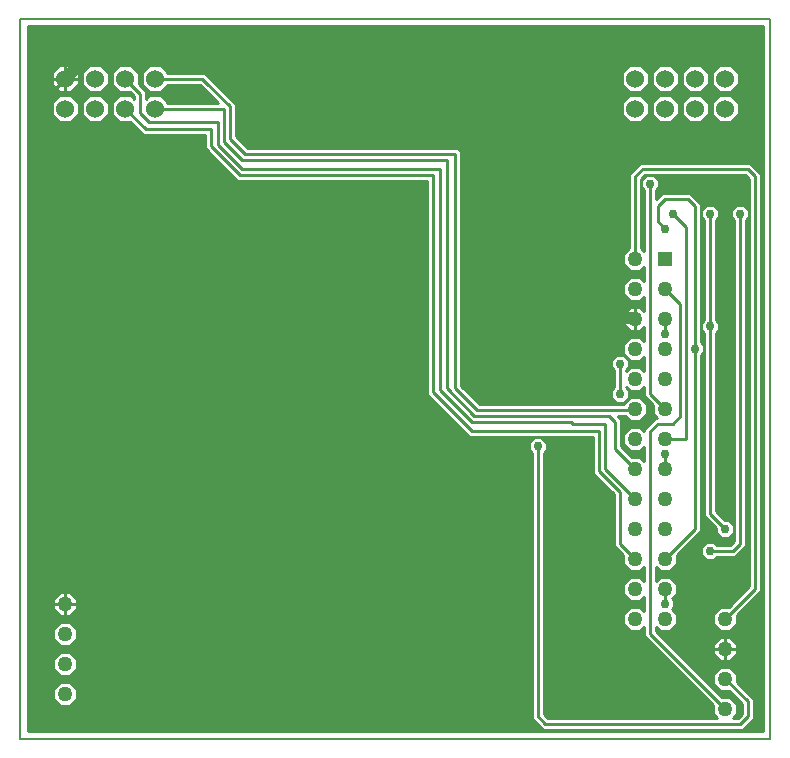
<source format=gbr>
G04 PROTEUS RS274X GERBER FILE*
%FSLAX45Y45*%
%MOMM*%
G01*
%ADD10C,0.254000*%
%ADD11C,1.016000*%
%ADD12C,0.762000*%
%ADD13C,1.524000*%
%ADD14R,1.270000X1.270000*%
%ADD15C,1.270000*%
%ADD18C,0.203200*%
G36*
X+63500Y-6032500D02*
X+6286500Y-6032500D01*
X+6286500Y-63500D01*
X+63500Y-63500D01*
X+63500Y-6032500D01*
G37*
%LPC*%
G36*
X+266701Y-809344D02*
X+266701Y-714656D01*
X+333656Y-647701D01*
X+428344Y-647701D01*
X+495299Y-714656D01*
X+495299Y-809344D01*
X+428344Y-876299D01*
X+333656Y-876299D01*
X+266701Y-809344D01*
G37*
G36*
X+266701Y-555344D02*
X+266701Y-460656D01*
X+333656Y-393701D01*
X+428344Y-393701D01*
X+495299Y-460656D01*
X+495299Y-555344D01*
X+428344Y-622299D01*
X+333656Y-622299D01*
X+266701Y-555344D01*
G37*
G36*
X+520701Y-809344D02*
X+520701Y-714656D01*
X+587656Y-647701D01*
X+682344Y-647701D01*
X+749299Y-714656D01*
X+749299Y-809344D01*
X+682344Y-876299D01*
X+587656Y-876299D01*
X+520701Y-809344D01*
G37*
G36*
X+520701Y-555344D02*
X+520701Y-460656D01*
X+587656Y-393701D01*
X+682344Y-393701D01*
X+749299Y-460656D01*
X+749299Y-555344D01*
X+682344Y-622299D01*
X+587656Y-622299D01*
X+520701Y-555344D01*
G37*
G36*
X+1253844Y-457201D02*
X+1565896Y-457201D01*
X+1828799Y-720104D01*
X+1828799Y-994959D01*
X+1926041Y-1092201D01*
X+3704041Y-1092201D01*
X+3733799Y-1121959D01*
X+3733799Y-3105304D01*
X+3891065Y-3262570D01*
X+5105401Y-3262570D01*
X+5105401Y-3259916D01*
X+5164916Y-3200401D01*
X+5249084Y-3200401D01*
X+5308599Y-3259916D01*
X+5308599Y-3344084D01*
X+5249084Y-3403599D01*
X+5164916Y-3403599D01*
X+5125485Y-3364168D01*
X+5060475Y-3364168D01*
X+5089729Y-3393422D01*
X+5089729Y-3620889D01*
X+5177241Y-3708401D01*
X+5249084Y-3708401D01*
X+5283201Y-3742518D01*
X+5283201Y-3623482D01*
X+5249084Y-3657599D01*
X+5164916Y-3657599D01*
X+5105401Y-3598084D01*
X+5105401Y-3513916D01*
X+5164916Y-3454401D01*
X+5249084Y-3454401D01*
X+5283201Y-3488518D01*
X+5283201Y-3471459D01*
X+5376459Y-3378201D01*
X+5393518Y-3378201D01*
X+5359401Y-3344084D01*
X+5359401Y-3272241D01*
X+5283201Y-3196041D01*
X+5283201Y-3115482D01*
X+5249084Y-3149599D01*
X+5164916Y-3149599D01*
X+5130799Y-3115482D01*
X+5130799Y-3118037D01*
X+5156199Y-3143437D01*
X+5156199Y-3206563D01*
X+5111563Y-3251199D01*
X+5048437Y-3251199D01*
X+5003801Y-3206563D01*
X+5003801Y-3143437D01*
X+5029201Y-3118037D01*
X+5029201Y-2977963D01*
X+5003801Y-2952563D01*
X+5003801Y-2889437D01*
X+5048437Y-2844801D01*
X+5111563Y-2844801D01*
X+5156199Y-2889437D01*
X+5156199Y-2952563D01*
X+5130799Y-2977963D01*
X+5130799Y-2980518D01*
X+5164916Y-2946401D01*
X+5249084Y-2946401D01*
X+5283201Y-2980518D01*
X+5283201Y-2861482D01*
X+5249084Y-2895599D01*
X+5164916Y-2895599D01*
X+5105401Y-2836084D01*
X+5105401Y-2751916D01*
X+5164916Y-2692401D01*
X+5249084Y-2692401D01*
X+5283201Y-2726518D01*
X+5283201Y-2607482D01*
X+5249084Y-2641599D01*
X+5164916Y-2641599D01*
X+5105401Y-2582084D01*
X+5105401Y-2497916D01*
X+5164916Y-2438401D01*
X+5249084Y-2438401D01*
X+5283201Y-2472518D01*
X+5283201Y-2353482D01*
X+5249084Y-2387599D01*
X+5164916Y-2387599D01*
X+5105401Y-2328084D01*
X+5105401Y-2243916D01*
X+5164916Y-2184401D01*
X+5249084Y-2184401D01*
X+5283201Y-2218518D01*
X+5283201Y-2099482D01*
X+5249084Y-2133599D01*
X+5164916Y-2133599D01*
X+5105401Y-2074084D01*
X+5105401Y-1989916D01*
X+5156201Y-1939116D01*
X+5156201Y-1312459D01*
X+5249459Y-1219201D01*
X+6180541Y-1219201D01*
X+6273799Y-1312459D01*
X+6273799Y-4847041D01*
X+6070599Y-5050241D01*
X+6070599Y-5122084D01*
X+6011084Y-5181599D01*
X+5926916Y-5181599D01*
X+5867401Y-5122084D01*
X+5867401Y-5037916D01*
X+5926916Y-4978401D01*
X+5998759Y-4978401D01*
X+6172201Y-4804959D01*
X+6172201Y-1354541D01*
X+6138459Y-1320799D01*
X+5291541Y-1320799D01*
X+5257799Y-1354541D01*
X+5257799Y-1939116D01*
X+5283201Y-1964518D01*
X+5283201Y-1453963D01*
X+5257801Y-1428563D01*
X+5257801Y-1365437D01*
X+5302437Y-1320801D01*
X+5365563Y-1320801D01*
X+5410199Y-1365437D01*
X+5410199Y-1428563D01*
X+5384799Y-1453963D01*
X+5384799Y-1528361D01*
X+5439959Y-1473201D01*
X+5672541Y-1473201D01*
X+5765799Y-1566459D01*
X+5765799Y-2737037D01*
X+5791199Y-2762437D01*
X+5791199Y-2825563D01*
X+5765799Y-2850963D01*
X+5765799Y-4339041D01*
X+5562599Y-4542241D01*
X+5562599Y-4614084D01*
X+5503084Y-4673599D01*
X+5418916Y-4673599D01*
X+5384799Y-4639482D01*
X+5384799Y-4758518D01*
X+5418916Y-4724401D01*
X+5503084Y-4724401D01*
X+5562599Y-4783916D01*
X+5562599Y-4868084D01*
X+5523222Y-4907460D01*
X+5537199Y-4921437D01*
X+5537199Y-4984563D01*
X+5523222Y-4998540D01*
X+5562599Y-5037916D01*
X+5562599Y-5122084D01*
X+5503084Y-5181599D01*
X+5418916Y-5181599D01*
X+5384799Y-5147482D01*
X+5384799Y-5185959D01*
X+5939241Y-5740401D01*
X+6011084Y-5740401D01*
X+6070599Y-5799916D01*
X+6070599Y-5884084D01*
X+6036482Y-5918201D01*
X+6074959Y-5918201D01*
X+6108701Y-5884459D01*
X+6108701Y-5799541D01*
X+5998759Y-5689599D01*
X+5926916Y-5689599D01*
X+5867401Y-5630084D01*
X+5867401Y-5545916D01*
X+5926916Y-5486401D01*
X+6011084Y-5486401D01*
X+6070599Y-5545916D01*
X+6070599Y-5617759D01*
X+6210299Y-5757459D01*
X+6210299Y-5926541D01*
X+6117041Y-6019799D01*
X+4423959Y-6019799D01*
X+4330701Y-5926541D01*
X+4330701Y-3676463D01*
X+4305301Y-3651063D01*
X+4305301Y-3587937D01*
X+4349937Y-3543301D01*
X+4413063Y-3543301D01*
X+4457699Y-3587937D01*
X+4457699Y-3651063D01*
X+4432299Y-3676463D01*
X+4432299Y-5884459D01*
X+4466041Y-5918201D01*
X+5901518Y-5918201D01*
X+5867401Y-5884084D01*
X+5867401Y-5812241D01*
X+5283201Y-5228041D01*
X+5283201Y-5147482D01*
X+5249084Y-5181599D01*
X+5164916Y-5181599D01*
X+5105401Y-5122084D01*
X+5105401Y-5037916D01*
X+5164916Y-4978401D01*
X+5249084Y-4978401D01*
X+5283201Y-5012518D01*
X+5283201Y-4893482D01*
X+5249084Y-4927599D01*
X+5164916Y-4927599D01*
X+5105401Y-4868084D01*
X+5105401Y-4783916D01*
X+5164916Y-4724401D01*
X+5249084Y-4724401D01*
X+5283201Y-4758518D01*
X+5283201Y-4639482D01*
X+5249084Y-4673599D01*
X+5164916Y-4673599D01*
X+5105401Y-4614084D01*
X+5105401Y-4542241D01*
X+5027378Y-4464218D01*
X+5027378Y-4028097D01*
X+4851387Y-3852106D01*
X+4851387Y-3538821D01*
X+3804061Y-3538821D01*
X+3448700Y-3183460D01*
X+3448700Y-1371610D01*
X+1839065Y-1371610D01*
X+1563554Y-1096099D01*
X+1563554Y-988447D01*
X+1043607Y-988447D01*
X+931459Y-876299D01*
X+841656Y-876299D01*
X+774701Y-809344D01*
X+774701Y-714656D01*
X+841656Y-647701D01*
X+936344Y-647701D01*
X+965201Y-676558D01*
X+965201Y-656041D01*
X+931459Y-622299D01*
X+841656Y-622299D01*
X+774701Y-555344D01*
X+774701Y-460656D01*
X+841656Y-393701D01*
X+936344Y-393701D01*
X+1003299Y-460656D01*
X+1003299Y-550459D01*
X+1066799Y-613959D01*
X+1066799Y-676558D01*
X+1095656Y-647701D01*
X+1190344Y-647701D01*
X+1253844Y-711201D01*
X+1676216Y-711201D01*
X+1523814Y-558799D01*
X+1253844Y-558799D01*
X+1190344Y-622299D01*
X+1095656Y-622299D01*
X+1028701Y-555344D01*
X+1028701Y-460656D01*
X+1095656Y-393701D01*
X+1190344Y-393701D01*
X+1253844Y-457201D01*
G37*
G36*
X+5092701Y-809344D02*
X+5092701Y-714656D01*
X+5159656Y-647701D01*
X+5254344Y-647701D01*
X+5321299Y-714656D01*
X+5321299Y-809344D01*
X+5254344Y-876299D01*
X+5159656Y-876299D01*
X+5092701Y-809344D01*
G37*
G36*
X+5092701Y-555344D02*
X+5092701Y-460656D01*
X+5159656Y-393701D01*
X+5254344Y-393701D01*
X+5321299Y-460656D01*
X+5321299Y-555344D01*
X+5254344Y-622299D01*
X+5159656Y-622299D01*
X+5092701Y-555344D01*
G37*
G36*
X+5346701Y-809344D02*
X+5346701Y-714656D01*
X+5413656Y-647701D01*
X+5508344Y-647701D01*
X+5575299Y-714656D01*
X+5575299Y-809344D01*
X+5508344Y-876299D01*
X+5413656Y-876299D01*
X+5346701Y-809344D01*
G37*
G36*
X+5346701Y-555344D02*
X+5346701Y-460656D01*
X+5413656Y-393701D01*
X+5508344Y-393701D01*
X+5575299Y-460656D01*
X+5575299Y-555344D01*
X+5508344Y-622299D01*
X+5413656Y-622299D01*
X+5346701Y-555344D01*
G37*
G36*
X+5600701Y-809344D02*
X+5600701Y-714656D01*
X+5667656Y-647701D01*
X+5762344Y-647701D01*
X+5829299Y-714656D01*
X+5829299Y-809344D01*
X+5762344Y-876299D01*
X+5667656Y-876299D01*
X+5600701Y-809344D01*
G37*
G36*
X+5600701Y-555344D02*
X+5600701Y-460656D01*
X+5667656Y-393701D01*
X+5762344Y-393701D01*
X+5829299Y-460656D01*
X+5829299Y-555344D01*
X+5762344Y-622299D01*
X+5667656Y-622299D01*
X+5600701Y-555344D01*
G37*
G36*
X+5854701Y-809344D02*
X+5854701Y-714656D01*
X+5921656Y-647701D01*
X+6016344Y-647701D01*
X+6083299Y-714656D01*
X+6083299Y-809344D01*
X+6016344Y-876299D01*
X+5921656Y-876299D01*
X+5854701Y-809344D01*
G37*
G36*
X+5854701Y-555344D02*
X+5854701Y-460656D01*
X+5921656Y-393701D01*
X+6016344Y-393701D01*
X+6083299Y-460656D01*
X+6083299Y-555344D01*
X+6016344Y-622299D01*
X+5921656Y-622299D01*
X+5854701Y-555344D01*
G37*
G36*
X+5867401Y-5376084D02*
X+5867401Y-5291916D01*
X+5926916Y-5232401D01*
X+6011084Y-5232401D01*
X+6070599Y-5291916D01*
X+6070599Y-5376084D01*
X+6011084Y-5435599D01*
X+5926916Y-5435599D01*
X+5867401Y-5376084D01*
G37*
G36*
X+279401Y-4995084D02*
X+279401Y-4910916D01*
X+338916Y-4851401D01*
X+423084Y-4851401D01*
X+482599Y-4910916D01*
X+482599Y-4995084D01*
X+423084Y-5054599D01*
X+338916Y-5054599D01*
X+279401Y-4995084D01*
G37*
G36*
X+279401Y-5249084D02*
X+279401Y-5164916D01*
X+338916Y-5105401D01*
X+423084Y-5105401D01*
X+482599Y-5164916D01*
X+482599Y-5249084D01*
X+423084Y-5308599D01*
X+338916Y-5308599D01*
X+279401Y-5249084D01*
G37*
G36*
X+279401Y-5503084D02*
X+279401Y-5418916D01*
X+338916Y-5359401D01*
X+423084Y-5359401D01*
X+482599Y-5418916D01*
X+482599Y-5503084D01*
X+423084Y-5562599D01*
X+338916Y-5562599D01*
X+279401Y-5503084D01*
G37*
G36*
X+279401Y-5757084D02*
X+279401Y-5672916D01*
X+338916Y-5613401D01*
X+423084Y-5613401D01*
X+482599Y-5672916D01*
X+482599Y-5757084D01*
X+423084Y-5816599D01*
X+338916Y-5816599D01*
X+279401Y-5757084D01*
G37*
G36*
X+6191250Y-1029151D02*
X+6191250Y-1002849D01*
X+6209849Y-984250D01*
X+6236151Y-984250D01*
X+6254750Y-1002849D01*
X+6254750Y-1029151D01*
X+6236151Y-1047750D01*
X+6209849Y-1047750D01*
X+6191250Y-1029151D01*
G37*
G36*
X+5918199Y-1619437D02*
X+5918199Y-1682563D01*
X+5892799Y-1707963D01*
X+5892799Y-2546537D01*
X+5918199Y-2571937D01*
X+5918199Y-2635063D01*
X+5892799Y-2660463D01*
X+5892799Y-4169959D01*
X+5964641Y-4241801D01*
X+6000563Y-4241801D01*
X+6045199Y-4286437D01*
X+6045199Y-4349563D01*
X+6000563Y-4394199D01*
X+5937437Y-4394199D01*
X+5892801Y-4349563D01*
X+5892801Y-4313641D01*
X+5791201Y-4212041D01*
X+5791201Y-2660463D01*
X+5765801Y-2635063D01*
X+5765801Y-2571937D01*
X+5791201Y-2546537D01*
X+5791201Y-1707963D01*
X+5765801Y-1682563D01*
X+5765801Y-1619437D01*
X+5810437Y-1574801D01*
X+5873563Y-1574801D01*
X+5918199Y-1619437D01*
G37*
G36*
X+6172199Y-1619437D02*
X+6172199Y-1682563D01*
X+6146799Y-1707963D01*
X+6146799Y-4466041D01*
X+6053541Y-4559299D01*
X+5898963Y-4559299D01*
X+5873563Y-4584699D01*
X+5810437Y-4584699D01*
X+5765801Y-4540063D01*
X+5765801Y-4476937D01*
X+5810437Y-4432301D01*
X+5873563Y-4432301D01*
X+5898963Y-4457701D01*
X+6011459Y-4457701D01*
X+6045201Y-4423959D01*
X+6045201Y-1707963D01*
X+6019801Y-1682563D01*
X+6019801Y-1619437D01*
X+6064437Y-1574801D01*
X+6127563Y-1574801D01*
X+6172199Y-1619437D01*
G37*
%LPD*%
D10*
X+5207000Y-2032000D02*
X+5207000Y-1333500D01*
X+5270500Y-1270000D01*
X+6159500Y-1270000D01*
X+6223000Y-1333500D01*
X+6223000Y-4826000D01*
X+5969000Y-5080000D01*
X+5207000Y-2540000D02*
X+5207000Y-2413000D01*
X+5143500Y-2413000D01*
X+5080000Y-2349500D01*
X+5080000Y-1079500D01*
X+5143500Y-1016000D01*
X+6223000Y-1016000D01*
X+381000Y-2159000D02*
X+381000Y-4953000D01*
D11*
X+381000Y-508000D02*
X+534101Y-354899D01*
X+534101Y-295531D01*
X+1640916Y-295531D01*
X+1908736Y-563351D01*
X+1908736Y-1021008D01*
X+3688008Y-1021008D01*
X+3810000Y-1016000D01*
X+4064000Y-2413000D01*
X+4826000Y-2458940D01*
X+4904602Y-2537542D01*
X+5204542Y-2537542D01*
X+5207000Y-2540000D01*
D10*
X+381000Y-508000D02*
X+199029Y-689971D01*
X+199029Y-970508D01*
X+381000Y-1152479D01*
X+381000Y-2159000D01*
X+5842000Y-2603500D02*
X+5842000Y-1651000D01*
X+5842000Y-2603500D02*
X+5842000Y-4191000D01*
X+5969000Y-4318000D01*
X+5461000Y-3302000D02*
X+5334000Y-3175000D01*
X+5334000Y-1397000D01*
X+5461000Y-3556000D02*
X+5638800Y-3556000D01*
X+5638800Y-1765300D01*
X+5524500Y-1651000D01*
X+5080000Y-3175000D02*
X+5080000Y-2921000D01*
X+5461000Y-3683000D02*
X+5461000Y-3810000D01*
X+5715000Y-2794000D02*
X+5715000Y-4318000D01*
X+5461000Y-4572000D01*
X+5715000Y-2794000D02*
X+5715000Y-1587500D01*
X+5651500Y-1524000D01*
X+5461000Y-1524000D01*
X+5397500Y-1587500D01*
X+5397500Y-1714500D01*
X+5461000Y-1778000D01*
X+5461000Y-4953000D02*
X+5461000Y-4826000D01*
X+5842000Y-4508500D02*
X+6032500Y-4508500D01*
X+6096000Y-4445000D01*
X+6096000Y-1651000D01*
X+889000Y-762000D02*
X+1064648Y-937648D01*
X+1614353Y-937648D01*
X+1614353Y-1075058D01*
X+1860106Y-1320811D01*
X+3499499Y-1320811D01*
X+3499499Y-3162419D01*
X+3825102Y-3488022D01*
X+4902186Y-3488022D01*
X+4902186Y-3831065D01*
X+5078177Y-4007056D01*
X+5078177Y-4443177D01*
X+5207000Y-4572000D01*
X+889000Y-508000D02*
X+1016000Y-635000D01*
X+1016000Y-800538D01*
X+1093298Y-877836D01*
X+1673372Y-877836D01*
X+1676319Y-880783D01*
X+1676319Y-1065121D01*
X+1881198Y-1270000D01*
X+3556000Y-1270000D01*
X+3556000Y-3147034D01*
X+3823984Y-3415018D01*
X+4668389Y-3415018D01*
X+4682371Y-3429000D01*
X+4953000Y-3429000D01*
X+4953000Y-3810000D01*
X+5207000Y-4064000D01*
X+1143000Y-762000D02*
X+1722107Y-762000D01*
X+1727158Y-767051D01*
X+1727158Y-1044134D01*
X+1876846Y-1193822D01*
X+3610969Y-1193822D01*
X+3610969Y-3130135D01*
X+3845012Y-3364178D01*
X+4988645Y-3364178D01*
X+5038930Y-3414463D01*
X+5038930Y-3641930D01*
X+5207000Y-3810000D01*
X+5207000Y-3302000D02*
X+5195631Y-3313369D01*
X+3870024Y-3313369D01*
X+3683000Y-3126345D01*
X+3683000Y-1143000D01*
X+1905000Y-1143000D01*
X+1778000Y-1016000D01*
X+1778000Y-741145D01*
X+1570125Y-533270D01*
X+1544855Y-508000D01*
X+1143000Y-508000D01*
X+4381500Y-3619500D02*
X+4381500Y-5905500D01*
X+4445000Y-5969000D01*
X+6096000Y-5969000D01*
X+6159500Y-5905500D01*
X+6159500Y-5778500D01*
X+5969000Y-5588000D01*
X+5461000Y-2667000D02*
X+5461000Y-2540000D01*
X+5461000Y-2286000D02*
X+5588000Y-2413000D01*
X+5588000Y-3365500D01*
X+5524500Y-3429000D01*
X+5397500Y-3429000D01*
X+5334000Y-3492500D01*
X+5334000Y-5207000D01*
X+5969000Y-5842000D01*
D12*
X+6223000Y-1016000D03*
X+5842000Y-1651000D03*
X+5969000Y-4318000D03*
X+5842000Y-2603500D03*
X+5334000Y-1397000D03*
X+5524500Y-1651000D03*
X+5080000Y-2921000D03*
X+5080000Y-3175000D03*
X+5461000Y-3683000D03*
X+5461000Y-1778000D03*
X+5715000Y-2794000D03*
X+5461000Y-4953000D03*
X+6096000Y-1651000D03*
X+5842000Y-4508500D03*
X+4381500Y-3619500D03*
X+5461000Y-2667000D03*
D10*
X+63500Y-6032500D02*
X+6286500Y-6032500D01*
X+6286500Y-63500D01*
X+63500Y-63500D01*
X+63500Y-6032500D01*
X+266701Y-809344D02*
X+266701Y-714656D01*
X+333656Y-647701D01*
X+428344Y-647701D01*
X+495299Y-714656D01*
X+495299Y-809344D01*
X+428344Y-876299D01*
X+333656Y-876299D01*
X+266701Y-809344D01*
X+266701Y-555344D02*
X+266701Y-460656D01*
X+333656Y-393701D01*
X+428344Y-393701D01*
X+495299Y-460656D01*
X+495299Y-555344D01*
X+428344Y-622299D01*
X+333656Y-622299D01*
X+266701Y-555344D01*
X+520701Y-809344D02*
X+520701Y-714656D01*
X+587656Y-647701D01*
X+682344Y-647701D01*
X+749299Y-714656D01*
X+749299Y-809344D01*
X+682344Y-876299D01*
X+587656Y-876299D01*
X+520701Y-809344D01*
X+520701Y-555344D02*
X+520701Y-460656D01*
X+587656Y-393701D01*
X+682344Y-393701D01*
X+749299Y-460656D01*
X+749299Y-555344D01*
X+682344Y-622299D01*
X+587656Y-622299D01*
X+520701Y-555344D01*
X+1253844Y-457201D02*
X+1565896Y-457201D01*
X+1828799Y-720104D01*
X+1828799Y-994959D01*
X+1926041Y-1092201D01*
X+3704041Y-1092201D01*
X+3733799Y-1121959D01*
X+3733799Y-3105304D01*
X+3891065Y-3262570D01*
X+5105401Y-3262570D01*
X+5105401Y-3259916D01*
X+5164916Y-3200401D01*
X+5249084Y-3200401D01*
X+5308599Y-3259916D01*
X+5308599Y-3344084D01*
X+5249084Y-3403599D01*
X+5164916Y-3403599D01*
X+5125485Y-3364168D01*
X+5060475Y-3364168D01*
X+5089729Y-3393422D01*
X+5089729Y-3620889D01*
X+5177241Y-3708401D01*
X+5249084Y-3708401D01*
X+5283201Y-3742518D01*
X+5283201Y-3623482D01*
X+5249084Y-3657599D01*
X+5164916Y-3657599D01*
X+5105401Y-3598084D01*
X+5105401Y-3513916D01*
X+5164916Y-3454401D01*
X+5249084Y-3454401D01*
X+5283201Y-3488518D01*
X+5283201Y-3471459D01*
X+5376459Y-3378201D01*
X+5393518Y-3378201D01*
X+5359401Y-3344084D01*
X+5359401Y-3272241D01*
X+5283201Y-3196041D01*
X+5283201Y-3115482D01*
X+5249084Y-3149599D01*
X+5164916Y-3149599D01*
X+5130799Y-3115482D01*
X+5130799Y-3118037D01*
X+5156199Y-3143437D01*
X+5156199Y-3206563D01*
X+5111563Y-3251199D01*
X+5048437Y-3251199D01*
X+5003801Y-3206563D01*
X+5003801Y-3143437D01*
X+5029201Y-3118037D01*
X+5029201Y-2977963D01*
X+5003801Y-2952563D01*
X+5003801Y-2889437D01*
X+5048437Y-2844801D01*
X+5111563Y-2844801D01*
X+5156199Y-2889437D01*
X+5156199Y-2952563D01*
X+5130799Y-2977963D01*
X+5130799Y-2980518D01*
X+5164916Y-2946401D01*
X+5249084Y-2946401D01*
X+5283201Y-2980518D01*
X+5283201Y-2861482D01*
X+5249084Y-2895599D01*
X+5164916Y-2895599D01*
X+5105401Y-2836084D01*
X+5105401Y-2751916D01*
X+5164916Y-2692401D01*
X+5249084Y-2692401D01*
X+5283201Y-2726518D01*
X+5283201Y-2607482D01*
X+5249084Y-2641599D01*
X+5164916Y-2641599D01*
X+5105401Y-2582084D01*
X+5105401Y-2497916D01*
X+5164916Y-2438401D01*
X+5249084Y-2438401D01*
X+5283201Y-2472518D01*
X+5283201Y-2353482D01*
X+5249084Y-2387599D01*
X+5164916Y-2387599D01*
X+5105401Y-2328084D01*
X+5105401Y-2243916D01*
X+5164916Y-2184401D01*
X+5249084Y-2184401D01*
X+5283201Y-2218518D01*
X+5283201Y-2099482D01*
X+5249084Y-2133599D01*
X+5164916Y-2133599D01*
X+5105401Y-2074084D01*
X+5105401Y-1989916D01*
X+5156201Y-1939116D01*
X+5156201Y-1312459D01*
X+5249459Y-1219201D01*
X+6180541Y-1219201D01*
X+6273799Y-1312459D01*
X+6273799Y-4847041D01*
X+6070599Y-5050241D01*
X+6070599Y-5122084D01*
X+6011084Y-5181599D01*
X+5926916Y-5181599D01*
X+5867401Y-5122084D01*
X+5867401Y-5037916D01*
X+5926916Y-4978401D01*
X+5998759Y-4978401D01*
X+6172201Y-4804959D01*
X+6172201Y-1354541D01*
X+6138459Y-1320799D01*
X+5291541Y-1320799D01*
X+5257799Y-1354541D01*
X+5257799Y-1939116D01*
X+5283201Y-1964518D01*
X+5283201Y-1453963D01*
X+5257801Y-1428563D01*
X+5257801Y-1365437D01*
X+5302437Y-1320801D01*
X+5365563Y-1320801D01*
X+5410199Y-1365437D01*
X+5410199Y-1428563D01*
X+5384799Y-1453963D01*
X+5384799Y-1528361D01*
X+5439959Y-1473201D01*
X+5672541Y-1473201D01*
X+5765799Y-1566459D01*
X+5765799Y-2737037D01*
X+5791199Y-2762437D01*
X+5791199Y-2825563D01*
X+5765799Y-2850963D01*
X+5765799Y-4339041D01*
X+5562599Y-4542241D01*
X+5562599Y-4614084D01*
X+5503084Y-4673599D01*
X+5418916Y-4673599D01*
X+5384799Y-4639482D01*
X+5384799Y-4758518D01*
X+5418916Y-4724401D01*
X+5503084Y-4724401D01*
X+5562599Y-4783916D01*
X+5562599Y-4868084D01*
X+5523222Y-4907460D01*
X+5537199Y-4921437D01*
X+5537199Y-4984563D01*
X+5523222Y-4998540D01*
X+5562599Y-5037916D01*
X+5562599Y-5122084D01*
X+5503084Y-5181599D01*
X+5418916Y-5181599D01*
X+5384799Y-5147482D01*
X+5384799Y-5185959D01*
X+5939241Y-5740401D01*
X+6011084Y-5740401D01*
X+6070599Y-5799916D01*
X+6070599Y-5884084D01*
X+6036482Y-5918201D01*
X+6074959Y-5918201D01*
X+6108701Y-5884459D01*
X+6108701Y-5799541D01*
X+5998759Y-5689599D01*
X+5926916Y-5689599D01*
X+5867401Y-5630084D01*
X+5867401Y-5545916D01*
X+5926916Y-5486401D01*
X+6011084Y-5486401D01*
X+6070599Y-5545916D01*
X+6070599Y-5617759D01*
X+6210299Y-5757459D01*
X+6210299Y-5926541D01*
X+6117041Y-6019799D01*
X+4423959Y-6019799D01*
X+4330701Y-5926541D01*
X+4330701Y-3676463D01*
X+4305301Y-3651063D01*
X+4305301Y-3587937D01*
X+4349937Y-3543301D01*
X+4413063Y-3543301D01*
X+4457699Y-3587937D01*
X+4457699Y-3651063D01*
X+4432299Y-3676463D01*
X+4432299Y-5884459D01*
X+4466041Y-5918201D01*
X+5901518Y-5918201D01*
X+5867401Y-5884084D01*
X+5867401Y-5812241D01*
X+5283201Y-5228041D01*
X+5283201Y-5147482D01*
X+5249084Y-5181599D01*
X+5164916Y-5181599D01*
X+5105401Y-5122084D01*
X+5105401Y-5037916D01*
X+5164916Y-4978401D01*
X+5249084Y-4978401D01*
X+5283201Y-5012518D01*
X+5283201Y-4893482D01*
X+5249084Y-4927599D01*
X+5164916Y-4927599D01*
X+5105401Y-4868084D01*
X+5105401Y-4783916D01*
X+5164916Y-4724401D01*
X+5249084Y-4724401D01*
X+5283201Y-4758518D01*
X+5283201Y-4639482D01*
X+5249084Y-4673599D01*
X+5164916Y-4673599D01*
X+5105401Y-4614084D01*
X+5105401Y-4542241D01*
X+5027378Y-4464218D01*
X+5027378Y-4028097D01*
X+4851387Y-3852106D01*
X+4851387Y-3538821D01*
X+3804061Y-3538821D01*
X+3448700Y-3183460D01*
X+3448700Y-1371610D01*
X+1839065Y-1371610D01*
X+1563554Y-1096099D01*
X+1563554Y-988447D01*
X+1043607Y-988447D01*
X+931459Y-876299D01*
X+841656Y-876299D01*
X+774701Y-809344D01*
X+774701Y-714656D01*
X+841656Y-647701D01*
X+936344Y-647701D01*
X+965201Y-676558D01*
X+965201Y-656041D01*
X+931459Y-622299D01*
X+841656Y-622299D01*
X+774701Y-555344D01*
X+774701Y-460656D01*
X+841656Y-393701D01*
X+936344Y-393701D01*
X+1003299Y-460656D01*
X+1003299Y-550459D01*
X+1066799Y-613959D01*
X+1066799Y-676558D01*
X+1095656Y-647701D01*
X+1190344Y-647701D01*
X+1253844Y-711201D01*
X+1676216Y-711201D01*
X+1523814Y-558799D01*
X+1253844Y-558799D01*
X+1190344Y-622299D01*
X+1095656Y-622299D01*
X+1028701Y-555344D01*
X+1028701Y-460656D01*
X+1095656Y-393701D01*
X+1190344Y-393701D01*
X+1253844Y-457201D01*
X+5092701Y-809344D02*
X+5092701Y-714656D01*
X+5159656Y-647701D01*
X+5254344Y-647701D01*
X+5321299Y-714656D01*
X+5321299Y-809344D01*
X+5254344Y-876299D01*
X+5159656Y-876299D01*
X+5092701Y-809344D01*
X+5092701Y-555344D02*
X+5092701Y-460656D01*
X+5159656Y-393701D01*
X+5254344Y-393701D01*
X+5321299Y-460656D01*
X+5321299Y-555344D01*
X+5254344Y-622299D01*
X+5159656Y-622299D01*
X+5092701Y-555344D01*
X+5346701Y-809344D02*
X+5346701Y-714656D01*
X+5413656Y-647701D01*
X+5508344Y-647701D01*
X+5575299Y-714656D01*
X+5575299Y-809344D01*
X+5508344Y-876299D01*
X+5413656Y-876299D01*
X+5346701Y-809344D01*
X+5346701Y-555344D02*
X+5346701Y-460656D01*
X+5413656Y-393701D01*
X+5508344Y-393701D01*
X+5575299Y-460656D01*
X+5575299Y-555344D01*
X+5508344Y-622299D01*
X+5413656Y-622299D01*
X+5346701Y-555344D01*
X+5600701Y-809344D02*
X+5600701Y-714656D01*
X+5667656Y-647701D01*
X+5762344Y-647701D01*
X+5829299Y-714656D01*
X+5829299Y-809344D01*
X+5762344Y-876299D01*
X+5667656Y-876299D01*
X+5600701Y-809344D01*
X+5600701Y-555344D02*
X+5600701Y-460656D01*
X+5667656Y-393701D01*
X+5762344Y-393701D01*
X+5829299Y-460656D01*
X+5829299Y-555344D01*
X+5762344Y-622299D01*
X+5667656Y-622299D01*
X+5600701Y-555344D01*
X+5854701Y-809344D02*
X+5854701Y-714656D01*
X+5921656Y-647701D01*
X+6016344Y-647701D01*
X+6083299Y-714656D01*
X+6083299Y-809344D01*
X+6016344Y-876299D01*
X+5921656Y-876299D01*
X+5854701Y-809344D01*
X+5854701Y-555344D02*
X+5854701Y-460656D01*
X+5921656Y-393701D01*
X+6016344Y-393701D01*
X+6083299Y-460656D01*
X+6083299Y-555344D01*
X+6016344Y-622299D01*
X+5921656Y-622299D01*
X+5854701Y-555344D01*
X+5867401Y-5376084D02*
X+5867401Y-5291916D01*
X+5926916Y-5232401D01*
X+6011084Y-5232401D01*
X+6070599Y-5291916D01*
X+6070599Y-5376084D01*
X+6011084Y-5435599D01*
X+5926916Y-5435599D01*
X+5867401Y-5376084D01*
X+279401Y-4995084D02*
X+279401Y-4910916D01*
X+338916Y-4851401D01*
X+423084Y-4851401D01*
X+482599Y-4910916D01*
X+482599Y-4995084D01*
X+423084Y-5054599D01*
X+338916Y-5054599D01*
X+279401Y-4995084D01*
X+279401Y-5249084D02*
X+279401Y-5164916D01*
X+338916Y-5105401D01*
X+423084Y-5105401D01*
X+482599Y-5164916D01*
X+482599Y-5249084D01*
X+423084Y-5308599D01*
X+338916Y-5308599D01*
X+279401Y-5249084D01*
X+279401Y-5503084D02*
X+279401Y-5418916D01*
X+338916Y-5359401D01*
X+423084Y-5359401D01*
X+482599Y-5418916D01*
X+482599Y-5503084D01*
X+423084Y-5562599D01*
X+338916Y-5562599D01*
X+279401Y-5503084D01*
X+279401Y-5757084D02*
X+279401Y-5672916D01*
X+338916Y-5613401D01*
X+423084Y-5613401D01*
X+482599Y-5672916D01*
X+482599Y-5757084D01*
X+423084Y-5816599D01*
X+338916Y-5816599D01*
X+279401Y-5757084D01*
X+6191250Y-1029151D02*
X+6191250Y-1002849D01*
X+6209849Y-984250D01*
X+6236151Y-984250D01*
X+6254750Y-1002849D01*
X+6254750Y-1029151D01*
X+6236151Y-1047750D01*
X+6209849Y-1047750D01*
X+6191250Y-1029151D01*
X+5918199Y-1619437D02*
X+5918199Y-1682563D01*
X+5892799Y-1707963D01*
X+5892799Y-2546537D01*
X+5918199Y-2571937D01*
X+5918199Y-2635063D01*
X+5892799Y-2660463D01*
X+5892799Y-4169959D01*
X+5964641Y-4241801D01*
X+6000563Y-4241801D01*
X+6045199Y-4286437D01*
X+6045199Y-4349563D01*
X+6000563Y-4394199D01*
X+5937437Y-4394199D01*
X+5892801Y-4349563D01*
X+5892801Y-4313641D01*
X+5791201Y-4212041D01*
X+5791201Y-2660463D01*
X+5765801Y-2635063D01*
X+5765801Y-2571937D01*
X+5791201Y-2546537D01*
X+5791201Y-1707963D01*
X+5765801Y-1682563D01*
X+5765801Y-1619437D01*
X+5810437Y-1574801D01*
X+5873563Y-1574801D01*
X+5918199Y-1619437D01*
X+6172199Y-1619437D02*
X+6172199Y-1682563D01*
X+6146799Y-1707963D01*
X+6146799Y-4466041D01*
X+6053541Y-4559299D01*
X+5898963Y-4559299D01*
X+5873563Y-4584699D01*
X+5810437Y-4584699D01*
X+5765801Y-4540063D01*
X+5765801Y-4476937D01*
X+5810437Y-4432301D01*
X+5873563Y-4432301D01*
X+5898963Y-4457701D01*
X+6011459Y-4457701D01*
X+6045201Y-4423959D01*
X+6045201Y-1707963D01*
X+6019801Y-1682563D01*
X+6019801Y-1619437D01*
X+6064437Y-1574801D01*
X+6127563Y-1574801D01*
X+6172199Y-1619437D01*
X+266701Y-508000D02*
X+381000Y-508000D01*
X+495299Y-508000D02*
X+381000Y-508000D01*
X+381000Y-622299D02*
X+381000Y-508000D01*
X+381000Y-393701D02*
X+381000Y-508000D01*
X+5105401Y-2540000D02*
X+5207000Y-2540000D01*
X+5207000Y-2641599D02*
X+5207000Y-2540000D01*
X+5207000Y-2438401D02*
X+5207000Y-2540000D01*
X+5867401Y-5334000D02*
X+5969000Y-5334000D01*
X+6070599Y-5334000D02*
X+5969000Y-5334000D01*
X+5969000Y-5435599D02*
X+5969000Y-5334000D01*
X+5969000Y-5232401D02*
X+5969000Y-5334000D01*
X+279401Y-4953000D02*
X+381000Y-4953000D01*
X+482599Y-4953000D02*
X+381000Y-4953000D01*
X+381000Y-5054599D02*
X+381000Y-4953000D01*
X+381000Y-4851401D02*
X+381000Y-4953000D01*
D13*
X+381000Y-762000D03*
X+381000Y-508000D03*
X+635000Y-762000D03*
X+635000Y-508000D03*
X+889000Y-762000D03*
X+889000Y-508000D03*
X+1143000Y-762000D03*
X+1143000Y-508000D03*
X+5207000Y-762000D03*
X+5207000Y-508000D03*
X+5461000Y-762000D03*
X+5461000Y-508000D03*
X+5715000Y-762000D03*
X+5715000Y-508000D03*
X+5969000Y-762000D03*
X+5969000Y-508000D03*
D14*
X+5461000Y-2032000D03*
D15*
X+5207000Y-2032000D03*
X+5461000Y-2286000D03*
X+5207000Y-2286000D03*
X+5461000Y-2540000D03*
X+5207000Y-2540000D03*
X+5461000Y-2794000D03*
X+5207000Y-2794000D03*
X+5461000Y-3048000D03*
X+5207000Y-3048000D03*
X+5461000Y-3302000D03*
X+5207000Y-3302000D03*
X+5461000Y-3556000D03*
X+5207000Y-3556000D03*
X+5461000Y-3810000D03*
X+5207000Y-3810000D03*
X+5461000Y-4064000D03*
X+5207000Y-4064000D03*
X+5461000Y-4318000D03*
X+5207000Y-4318000D03*
X+5461000Y-4572000D03*
X+5207000Y-4572000D03*
X+5461000Y-4826000D03*
X+5207000Y-4826000D03*
X+5461000Y-5080000D03*
X+5207000Y-5080000D03*
X+5969000Y-5080000D03*
X+5969000Y-5334000D03*
X+5969000Y-5588000D03*
X+5969000Y-5842000D03*
X+381000Y-4953000D03*
X+381000Y-5207000D03*
X+381000Y-5461000D03*
X+381000Y-5715000D03*
D18*
X+0Y-6096000D02*
X+6350000Y-6096000D01*
X+6350000Y+0D01*
X+0Y+0D01*
X+0Y-6096000D01*
M02*

</source>
